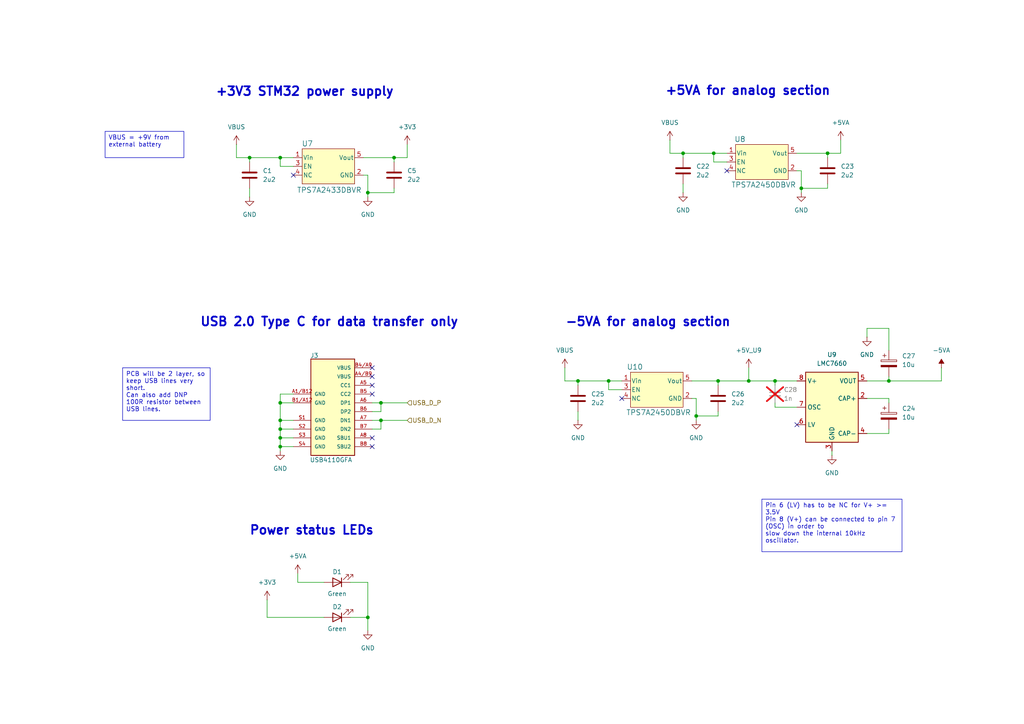
<source format=kicad_sch>
(kicad_sch (version 20250114) (generator "eeschema") (generator_version "9.0")
  (paper "A4")
  (lib_symbols
    (symbol "Device:C" (pin_numbers (hide yes)) (pin_names (offset 0.254))
      (property "Reference" "C" (at 0.635 2.54 0))
      (property "Value" "C" (at 0.635 -2.54 0))
      (symbol "C_0_1"
        (polyline (pts (xy -2.032 0.762) (xy 2.032 0.762)) (stroke (width 0.508)))
        (polyline (pts (xy -2.032 -0.762) (xy 2.032 -0.762)) (stroke (width 0.508)))
      )
      (symbol "C_1_1"
        (pin passive line (at 0 3.81 270) (length 2.794) (name "~") (number "1"))
        (pin passive line (at 0 -3.81 90) (length 2.794) (name "~") (number "2"))
      )
    )
    (symbol "Device:C_Polarized" (pin_numbers (hide yes)) (pin_names (offset 0.254))
      (property "Reference" "C" (at 0.635 2.54 0))
      (property "Value" "C_Polarized" (at 0.635 -2.54 0))
      (symbol "C_Polarized_0_1"
        (rectangle (start -2.286 0.508) (end 2.286 1.016))
        (polyline (pts (xy -1.778 2.286) (xy -0.762 2.286)))
        (polyline (pts (xy -1.27 2.794) (xy -1.27 1.778)))
        (rectangle (start 2.286 -0.508) (end -2.286 -1.016) (fill (type outline)))
      )
      (symbol "C_Polarized_1_1"
        (pin passive line (at 0 3.81 270) (length 2.794) (name "~") (number "1"))
        (pin passive line (at 0 -3.81 90) (length 2.794) (name "~") (number "2"))
      )
    )
    (symbol "Device:C_Small" (pin_numbers (hide yes)) (pin_names (offset 0.254) (hide yes))
      (property "Reference" "C" (at 0.254 1.778 0))
      (property "Value" "C_Small" (at 0.254 -2.032 0))
      (symbol "C_Small_0_1"
        (polyline (pts (xy -1.524 0.508) (xy 1.524 0.508)) (stroke (width 0.3048)))
        (polyline (pts (xy -1.524 -0.508) (xy 1.524 -0.508)) (stroke (width 0.3302)))
      )
      (symbol "C_Small_1_1"
        (pin passive line (at 0 2.54 270) (length 2.032) (name "~") (number "1"))
        (pin passive line (at 0 -2.54 90) (length 2.032) (name "~") (number "2"))
      )
    )
    (symbol "Device:LED" (pin_numbers (hide yes)) (pin_names (offset 1.016) (hide yes))
      (property "Reference" "D" (at 0 2.54 0))
      (property "Value" "LED" (at 0 -2.54 0))
      (symbol "LED_0_1"
        (polyline (pts (xy -3.048 -0.762) (xy -4.572 -2.286) (xy -3.81 -2.286) (xy -4.572 -2.286) (xy -4.572 -1.524)))
        (polyline (pts (xy -1.778 -0.762) (xy -3.302 -2.286) (xy -2.54 -2.286) (xy -3.302 -2.286) (xy -3.302 -1.524)))
        (polyline (pts (xy -1.27 0) (xy 1.27 0)))
        (polyline (pts (xy -1.27 -1.27) (xy -1.27 1.27)) (stroke (width 0.254)))
        (polyline (pts (xy 1.27 -1.27) (xy 1.27 1.27) (xy -1.27 0) (xy 1.27 -1.27)) (stroke (width 0.254)))
      )
      (symbol "LED_1_1"
        (pin passive line (at -3.81 0 0) (length 2.54) (name "K") (number "1"))
        (pin passive line (at 3.81 0 180) (length 2.54) (name "A") (number "2"))
      )
    )
    (symbol "Regulator_SwitchedCapacitor:LMC7660"
      (property "Reference" "U" (at -6.604 11.43 0))
      (property "Value" "LMC7660" (at 0 11.43 0))
      (symbol "LMC7660_0_1"
        (rectangle (start -7.62 10.16) (end 7.62 -10.16) (stroke (width 0.254)) (fill (type background)))
      )
      (symbol "LMC7660_1_1"
        (pin power_in line (at -10.16 7.62 0) (length 2.54) (name "V+") (number "8"))
        (pin input line (at -10.16 0 0) (length 2.54) (name "OSC") (number "7"))
        (pin input line (at -10.16 -5.08 0) (length 2.54) (name "LV") (number "6"))
        (pin no_connect line (at -7.62 5.08 0) (length 2.54) (hide yes) (name "NC") (number "1"))
        (pin power_in line (at 0 -12.7 90) (length 2.54) (name "GND") (number "3"))
        (pin power_out line (at 10.16 7.62 180) (length 2.54) (name "VOUT") (number "5"))
        (pin input line (at 10.16 2.54 180) (length 2.54) (name "CAP+") (number "2"))
        (pin input line (at 10.16 -7.62 180) (length 2.54) (name "CAP-") (number "4"))
      )
    )
    (symbol "TPS7A2433DBVR:TPS7A2433DBVR" (pin_names (offset 0.254))
      (property "Reference" "U" (at 13.462 3.556 0))
      (property "Value" "TPS7A2433DBVR" (at 21.844 -8.89 0))
      (symbol "TPS7A2433DBVR_1_1"
        (rectangle (start 12.7 2.54) (end 27.94 -7.62) (fill (type color) (color 255 255 194 1)))
        (pin unspecified line (at 10.16 0 0) (length 2.54) (name "Vin") (number "1"))
        (pin unspecified line (at 10.16 -2.54 0) (length 2.54) (name "EN") (number "3"))
        (pin unspecified line (at 10.16 -5.08 0) (length 2.54) (name "NC") (number "4"))
        (pin output line (at 30.48 0 180) (length 2.54) (name "Vout") (number "5"))
        (pin power_out line (at 30.48 -5.08 180) (length 2.54) (name "GND") (number "2"))
      )
    )
    (symbol "TPS7A2450DBVR:TPS7A2450DBVR" (pin_names (offset 0.254))
      (property "Reference" "U" (at 8.382 3.556 0))
      (property "Value" "TPS7A2450DBVR" (at 16.51 -8.89 0))
      (symbol "TPS7A2450DBVR_1_1"
        (rectangle (start 7.62 2.54) (end 22.86 -7.62) (fill (type color) (color 255 255 194 1)))
        (pin unspecified line (at 5.08 0 0) (length 2.54) (name "Vin") (number "1"))
        (pin unspecified line (at 5.08 -2.54 0) (length 2.54) (name "EN") (number "3"))
        (pin unspecified line (at 5.08 -5.08 0) (length 2.54) (name "NC") (number "4"))
        (pin output line (at 25.4 0 180) (length 2.54) (name "Vout") (number "5"))
        (pin power_out line (at 25.4 -5.08 180) (length 2.54) (name "GND") (number "2"))
      )
    )
    (symbol "USB4110GFA:USB4110GFA" (pin_names (offset 1.016))
      (property "Reference" "J" (at 0 10.414 0))
      (property "Value" "USB4110GFA" (at -0.254 -19.812 0))
      (symbol "USB4110GFA_0_0"
        (rectangle (start 0 10.16) (end 12.7 -17.78) (stroke (width 0.254)) (fill (type background)))
        (pin power_in line (at -5.08 0 0) (length 5.08) (name "GND") (number "A1/B12"))
        (pin power_in line (at -5.08 -2.54 0) (length 5.08) (name "GND") (number "B1/A12"))
        (pin power_in line (at -5.08 -7.62 0) (length 5.08) (name "GND") (number "S1"))
        (pin power_in line (at -5.08 -10.16 0) (length 5.08) (name "GND") (number "S2"))
        (pin power_in line (at -5.08 -12.7 0) (length 5.08) (name "GND") (number "S3"))
        (pin power_in line (at -5.08 -15.24 0) (length 5.08) (name "GND") (number "S4"))
        (pin power_in line (at 17.78 7.62 180) (length 5.08) (name "VBUS") (number "B4/A9"))
        (pin power_in line (at 17.78 5.08 180) (length 5.08) (name "VBUS") (number "A4/B9"))
        (pin bidirectional line (at 17.78 2.54 180) (length 5.08) (name "CC1") (number "A5"))
        (pin bidirectional line (at 17.78 0 180) (length 5.08) (name "CC2") (number "B5"))
        (pin bidirectional line (at 17.78 -2.54 180) (length 5.08) (name "DP1") (number "A6"))
        (pin bidirectional line (at 17.78 -5.08 180) (length 5.08) (name "DP2") (number "B6"))
        (pin bidirectional line (at 17.78 -7.62 180) (length 5.08) (name "DN1") (number "A7"))
        (pin bidirectional line (at 17.78 -10.16 180) (length 5.08) (name "DN2") (number "B7"))
        (pin bidirectional line (at 17.78 -12.7 180) (length 5.08) (name "SBU1") (number "A8"))
        (pin bidirectional line (at 17.78 -15.24 180) (length 5.08) (name "SBU2") (number "B8"))
      )
    )
    (symbol "power:+3V3" (power) (pin_numbers (hide yes)) (pin_names (offset 0) (hide yes))
      (property "Value" "+3V3" (at 0 3.556 0))
      (symbol "+3V3_0_1"
        (polyline (pts (xy -0.762 1.27) (xy 0 2.54)))
        (polyline (pts (xy 0 2.54) (xy 0.762 1.27)))
        (polyline (pts (xy 0 0) (xy 0 2.54)))
      )
      (symbol "+3V3_1_1"
        (pin power_in line (at 0 0 90) (length 0) (name "~") (number "1"))
      )
    )
    (symbol "power:+5VA" (power) (pin_numbers (hide yes)) (pin_names (offset 0) (hide yes))
      (property "Value" "+5VA" (at 0 3.556 0))
      (symbol "+5VA_0_1"
        (polyline (pts (xy -0.762 1.27) (xy 0 2.54)))
        (polyline (pts (xy 0 2.54) (xy 0.762 1.27)))
        (polyline (pts (xy 0 0) (xy 0 2.54)))
      )
      (symbol "+5VA_1_1"
        (pin power_in line (at 0 0 90) (length 0) (name "~") (number "1"))
      )
    )
    (symbol "power:-5VA" (power) (pin_numbers (hide yes)) (pin_names (offset 0) (hide yes))
      (property "Value" "-5VA" (at 0 3.556 0))
      (symbol "-5VA_0_0"
        (pin power_in line (at 0 0 90) (length 0) (name "~") (number "1"))
      )
      (symbol "-5VA_0_1"
        (polyline (pts (xy 0 0) (xy 0 1.27) (xy 0.762 1.27) (xy 0 2.54) (xy -0.762 1.27) (xy 0 1.27)) (fill (type outline)))
      )
    )
    (symbol "power:GND" (power) (pin_numbers (hide yes)) (pin_names (offset 0) (hide yes))
      (property "Value" "GND" (at 0 -3.81 0))
      (symbol "GND_0_1"
        (polyline (pts (xy 0 0) (xy 0 -1.27) (xy 1.27 -1.27) (xy 0 -2.54) (xy -1.27 -1.27) (xy 0 -1.27)))
      )
      (symbol "GND_1_1"
        (pin power_in line (at 0 0 270) (length 0) (name "~") (number "1"))
      )
    )
    (symbol "power:VBUS" (power) (pin_numbers (hide yes)) (pin_names (offset 0) (hide yes))
      (property "Value" "VBUS" (at 0 3.556 0))
      (symbol "VBUS_0_1"
        (polyline (pts (xy -0.762 1.27) (xy 0 2.54)))
        (polyline (pts (xy 0 2.54) (xy 0.762 1.27)))
        (polyline (pts (xy 0 0) (xy 0 2.54)))
      )
      (symbol "VBUS_1_1"
        (pin power_in line (at 0 0 90) (length 0) (name "~") (number "1"))
      )
    )
  )
  (text "-5VA for analog section\n" (at 187.96 93.472 0) (effects (font (size 2.54 2.54) (thickness 0.508) (bold yes))))
  (text "+3V3 STM32 power supply" (at 88.392 26.67 0) (effects (font (size 2.54 2.54) (thickness 0.508) (bold yes))))
  (text "Power status LEDs\n" (at 90.424 153.924 0) (effects (font (size 2.54 2.54) (thickness 0.508) (bold yes))))
  (text "+5VA for analog section\n" (at 216.916 26.416 0) (effects (font (size 2.54 2.54) (thickness 0.508) (bold yes))))
  (text "USB 2.0 Type C for data transfer only\n" (at 95.504 93.472 0) (effects (font (size 2.54 2.54) (thickness 0.508) (bold yes))))
  (text_box "VBUS = +9V from external battery\n" (at 30.48 38.1 0) (size 22.86 7.62) (margins 0.9525 0.9525 0.9525 0.9525) (effects (font (size 1.27 1.27)) (justify left top)))
  (text_box "PCB will be 2 layer, so keep USB lines very short.\nCan also add DNP 100R resistor between USB lines." (at 35.56 106.68 0) (size 25.4 15.24) (margins 0.9525 0.9525 0.9525 0.9525) (effects (font (size 1.27 1.27)) (justify left top)))
  (text_box "Pin 6 (LV) has to be NC for V+ >= 3.5V\nPin 8 (V+) can be connected to pin 7 (OSC) in order to\nslow down the internal 10kHz oscillator." (at 220.98 144.78 0) (size 40.64 15.24) (margins 0.9525 0.9525 0.9525 0.9525) (effects (font (size 1.27 1.27)) (justify left top)))
  (junction (at 217.17 110.49))
  (junction (at 167.64 110.49))
  (junction (at 176.53 110.49))
  (junction (at 110.49 121.92))
  (junction (at 232.41 54.61))
  (junction (at 72.39 45.72))
  (junction (at 198.12 44.45))
  (junction (at 201.93 120.65))
  (junction (at 81.28 124.46))
  (junction (at 81.28 127))
  (junction (at 114.3 45.72))
  (junction (at 106.68 179.07))
  (junction (at 224.79 110.49))
  (junction (at 81.28 121.92))
  (junction (at 240.03 44.45))
  (junction (at 208.28 110.49))
  (junction (at 81.28 129.54))
  (junction (at 106.68 55.88))
  (junction (at 257.81 110.49))
  (junction (at 207.01 44.45))
  (junction (at 110.49 116.84))
  (junction (at 81.28 45.72))
  (junction (at 81.28 116.84))
  (no_connect (at 210.82 49.53))
  (no_connect (at 107.95 111.76))
  (no_connect (at 107.95 114.3))
  (no_connect (at 107.95 127))
  (no_connect (at 180.34 115.57))
  (no_connect (at 231.14 123.19))
  (no_connect (at 107.95 109.22))
  (no_connect (at 107.95 129.54))
  (no_connect (at 85.09 50.8))
  (no_connect (at 107.95 106.68))
  (wire (pts (xy 257.81 110.49) (xy 273.05 110.49)))
  (wire (pts (xy 81.28 127) (xy 81.28 129.54)))
  (wire (pts (xy 224.79 110.49) (xy 224.79 111.76)))
  (wire (pts (xy 85.09 114.3) (xy 81.28 114.3)))
  (wire (pts (xy 81.28 124.46) (xy 81.28 127)))
  (wire (pts (xy 198.12 45.72) (xy 198.12 44.45)))
  (wire (pts (xy 106.68 50.8) (xy 106.68 55.88)))
  (wire (pts (xy 101.6 168.91) (xy 106.68 168.91)))
  (wire (pts (xy 201.93 120.65) (xy 208.28 120.65)))
  (wire (pts (xy 210.82 46.99) (xy 207.01 46.99)))
  (wire (pts (xy 68.58 41.91) (xy 68.58 45.72)))
  (wire (pts (xy 200.66 110.49) (xy 208.28 110.49)))
  (wire (pts (xy 243.84 40.64) (xy 243.84 44.45)))
  (wire (pts (xy 207.01 44.45) (xy 210.82 44.45)))
  (wire (pts (xy 224.79 110.49) (xy 231.14 110.49)))
  (wire (pts (xy 110.49 121.92) (xy 110.49 124.46)))
  (wire (pts (xy 180.34 113.03) (xy 176.53 113.03)))
  (wire (pts (xy 93.98 179.07) (xy 77.47 179.07)))
  (wire (pts (xy 81.28 114.3) (xy 81.28 116.84)))
  (wire (pts (xy 106.68 57.15) (xy 106.68 55.88)))
  (wire (pts (xy 232.41 55.88) (xy 232.41 54.61)))
  (wire (pts (xy 110.49 121.92) (xy 118.11 121.92)))
  (wire (pts (xy 114.3 45.72) (xy 114.3 46.99)))
  (wire (pts (xy 167.64 111.76) (xy 167.64 110.49)))
  (wire (pts (xy 224.79 118.11) (xy 224.79 116.84)))
  (wire (pts (xy 194.31 40.64) (xy 194.31 44.45)))
  (wire (pts (xy 110.49 116.84) (xy 110.49 119.38)))
  (wire (pts (xy 163.83 110.49) (xy 167.64 110.49)))
  (wire (pts (xy 251.46 115.57) (xy 257.81 115.57)))
  (wire (pts (xy 81.28 45.72) (xy 85.09 45.72)))
  (wire (pts (xy 106.68 55.88) (xy 114.3 55.88)))
  (wire (pts (xy 257.81 124.46) (xy 257.81 125.73)))
  (wire (pts (xy 257.81 115.57) (xy 257.81 116.84)))
  (wire (pts (xy 81.28 121.92) (xy 85.09 121.92)))
  (wire (pts (xy 194.31 44.45) (xy 198.12 44.45)))
  (wire (pts (xy 85.09 129.54) (xy 81.28 129.54)))
  (wire (pts (xy 105.41 45.72) (xy 114.3 45.72)))
  (wire (pts (xy 208.28 119.38) (xy 208.28 120.65)))
  (wire (pts (xy 240.03 53.34) (xy 240.03 54.61)))
  (wire (pts (xy 200.66 115.57) (xy 201.93 115.57)))
  (wire (pts (xy 217.17 110.49) (xy 224.79 110.49)))
  (wire (pts (xy 231.14 118.11) (xy 224.79 118.11)))
  (wire (pts (xy 251.46 110.49) (xy 257.81 110.49)))
  (wire (pts (xy 176.53 110.49) (xy 180.34 110.49)))
  (wire (pts (xy 81.28 116.84) (xy 85.09 116.84)))
  (wire (pts (xy 231.14 49.53) (xy 232.41 49.53)))
  (wire (pts (xy 81.28 121.92) (xy 81.28 124.46)))
  (wire (pts (xy 201.93 115.57) (xy 201.93 120.65)))
  (wire (pts (xy 106.68 168.91) (xy 106.68 179.07)))
  (wire (pts (xy 107.95 119.38) (xy 110.49 119.38)))
  (wire (pts (xy 257.81 110.49) (xy 257.81 109.22)))
  (wire (pts (xy 110.49 116.84) (xy 118.11 116.84)))
  (wire (pts (xy 241.3 130.81) (xy 241.3 132.08)))
  (wire (pts (xy 217.17 106.68) (xy 217.17 110.49)))
  (wire (pts (xy 176.53 110.49) (xy 176.53 113.03)))
  (wire (pts (xy 208.28 110.49) (xy 217.17 110.49)))
  (wire (pts (xy 251.46 125.73) (xy 257.81 125.73)))
  (wire (pts (xy 167.64 119.38) (xy 167.64 121.92)))
  (wire (pts (xy 85.09 48.26) (xy 81.28 48.26)))
  (wire (pts (xy 232.41 54.61) (xy 240.03 54.61)))
  (wire (pts (xy 81.28 127) (xy 85.09 127)))
  (wire (pts (xy 240.03 44.45) (xy 240.03 45.72)))
  (wire (pts (xy 105.41 50.8) (xy 106.68 50.8)))
  (wire (pts (xy 68.58 45.72) (xy 72.39 45.72)))
  (wire (pts (xy 107.95 121.92) (xy 110.49 121.92)))
  (wire (pts (xy 86.36 166.37) (xy 86.36 168.91)))
  (wire (pts (xy 81.28 116.84) (xy 81.28 121.92)))
  (wire (pts (xy 231.14 44.45) (xy 240.03 44.45)))
  (wire (pts (xy 77.47 179.07) (xy 77.47 173.99)))
  (wire (pts (xy 114.3 45.72) (xy 118.11 45.72)))
  (wire (pts (xy 232.41 49.53) (xy 232.41 54.61)))
  (wire (pts (xy 107.95 124.46) (xy 110.49 124.46)))
  (wire (pts (xy 72.39 46.99) (xy 72.39 45.72)))
  (wire (pts (xy 72.39 45.72) (xy 81.28 45.72)))
  (wire (pts (xy 114.3 54.61) (xy 114.3 55.88)))
  (wire (pts (xy 81.28 129.54) (xy 81.28 130.81)))
  (wire (pts (xy 72.39 54.61) (xy 72.39 57.15)))
  (wire (pts (xy 81.28 45.72) (xy 81.28 48.26)))
  (wire (pts (xy 101.6 179.07) (xy 106.68 179.07)))
  (wire (pts (xy 107.95 116.84) (xy 110.49 116.84)))
  (wire (pts (xy 207.01 44.45) (xy 207.01 46.99)))
  (wire (pts (xy 208.28 110.49) (xy 208.28 111.76)))
  (wire (pts (xy 93.98 168.91) (xy 86.36 168.91)))
  (wire (pts (xy 81.28 124.46) (xy 85.09 124.46)))
  (wire (pts (xy 167.64 110.49) (xy 176.53 110.49)))
  (wire (pts (xy 257.81 95.25) (xy 251.46 95.25)))
  (wire (pts (xy 257.81 101.6) (xy 257.81 95.25)))
  (wire (pts (xy 163.83 106.68) (xy 163.83 110.49)))
  (wire (pts (xy 198.12 53.34) (xy 198.12 55.88)))
  (wire (pts (xy 106.68 179.07) (xy 106.68 182.88)))
  (wire (pts (xy 201.93 121.92) (xy 201.93 120.65)))
  (wire (pts (xy 118.11 41.91) (xy 118.11 45.72)))
  (wire (pts (xy 251.46 95.25) (xy 251.46 97.79)))
  (wire (pts (xy 198.12 44.45) (xy 207.01 44.45)))
  (wire (pts (xy 273.05 106.68) (xy 273.05 110.49)))
  (wire (pts (xy 240.03 44.45) (xy 243.84 44.45)))
  (hierarchical_label "USB_D_N" (shape input) (at 118.11 121.92 0))
  (hierarchical_label "USB_D_P" (shape input) (at 118.11 116.84 0))
  (symbol (lib_id "power:GND") (at 241.3 132.08 0) (unit 1)
    (property "Reference" "#PWR058" (effects (hide yes)))
    (property "Value" "GND" (at 241.3 137.16 0))
    (property "Description" "Power symbol creates a global label with name \"GND\" , ground" (effects (hide yes)))
  )
  (symbol (lib_id "power:GND") (at 81.28 130.81 0) (unit 1)
    (property "Reference" "#PWR049" (effects (hide yes)))
    (property "Value" "GND" (at 81.28 135.89 0))
    (property "Description" "Power symbol creates a global label with name \"GND\" , ground" (effects (hide yes)))
  )
  (symbol (lib_id "power:VBUS") (at 194.31 40.64 0) (unit 1)
    (property "Reference" "#PWR050" (effects (hide yes)))
    (property "Value" "VBUS" (at 194.31 35.56 0))
    (property "Description" "Power symbol creates a global label with name \"VBUS\"" (effects (hide yes)))
  )
  (symbol (lib_id "USB4110GFA:USB4110GFA") (at 90.17 114.3 0) (unit 1)
    (property "Reference" "J3" (at 91.186 103.124 0))
    (property "Value" "USB4110GFA" (at 96.012 134.112 0) (effects (justify bottom)))
    (property "Footprint" "USB4100GFA:GCT_USB4110GFA" (effects (hide yes)))
    (property "MF" "Global Connector Technology" (effects (hide yes)))
    (property "Description_1" "USB-C (USB TYPE-C) USB 2.0 Receptacle Connector 24 (16+8 Dummy) Position Surface Mount, Right Angle" (effects (hide yes)))
    (property "Package" "None" (effects (hide yes)))
    (property "Price" "None" (effects (hide yes)))
    (property "SnapEDA_Link" "https://www.snapeda.com/parts/USB4110GFA/Global+Connector+Technology/view-part/?ref=snap" (effects (hide yes)))
    (property "MP" "USB4110GFA" (effects (hide yes)))
    (property "Availability" "In Stock" (effects (hide yes)))
    (property "Check_prices" "https://www.snapeda.com/parts/USB4110GFA/Global+Connector+Technology/view-part/?ref=eda" (effects (hide yes)))
  )
  (symbol (lib_id "power:GND") (at 167.64 121.92 0) (unit 1)
    (property "Reference" "#PWR055" (effects (hide yes)))
    (property "Value" "GND" (at 167.64 127 0))
    (property "Description" "Power symbol creates a global label with name \"GND\" , ground" (effects (hide yes)))
  )
  (symbol (lib_id "Device:C_Small") (at 224.79 114.3 0) (unit 1) (dnp yes)
    (property "Reference" "C28" (at 227.33 113.0362 0) (effects (justify left)))
    (property "Value" "1n" (at 227.33 115.5762 0) (effects (justify left)))
    (property "Footprint" "Capacitor_SMD:C_0805_2012Metric_Pad1.18x1.45mm_HandSolder" (effects (hide yes)))
    (property "Description" "Unpolarized capacitor, small symbol" (effects (hide yes)))
  )
  (symbol (lib_id "TPS7A2450DBVR:TPS7A2450DBVR") (at 175.26 110.49 0) (unit 1)
    (property "Reference" "U10" (at 184.15 106.426 0) (effects (font (size 1.524 1.524))))
    (property "Value" "TPS7A2450DBVR" (at 191.008 119.634 0) (effects (font (size 1.524 1.524))))
    (property "Footprint" "TPS7A2450DBVR:SOT_50DBVR" (effects (hide yes)))
    (property "Datasheet" "https://www.ti.com/lit/gpn/tps7a24" (effects (hide yes)))
  )
  (symbol (lib_id "TPS7A2433DBVR:TPS7A2433DBVR") (at 74.93 45.72 0) (unit 1)
    (property "Reference" "U7" (at 89.154 41.656 0) (effects (font (size 1.524 1.524))))
    (property "Value" "TPS7A2433DBVR" (at 95.504 55.118 0) (effects (font (size 1.524 1.524))))
    (property "Footprint" "SOT23_DBV_TEX" (effects (hide yes)))
    (property "Datasheet" "https://www.ti.com/lit/gpn/tps7a24" (effects (hide yes)))
  )
  (symbol (lib_id "power:GND") (at 198.12 55.88 0) (unit 1)
    (property "Reference" "#PWR051" (effects (hide yes)))
    (property "Value" "GND" (at 198.12 60.96 0))
    (property "Description" "Power symbol creates a global label with name \"GND\" , ground" (effects (hide yes)))
  )
  (symbol (lib_id "power:VBUS") (at 163.83 106.68 0) (unit 1)
    (property "Reference" "#PWR053" (effects (hide yes)))
    (property "Value" "VBUS" (at 163.83 101.6 0))
    (property "Description" "Power symbol creates a global label with name \"VBUS\"" (effects (hide yes)))
  )
  (symbol (lib_id "power:GND") (at 106.68 182.88 0) (unit 1)
    (property "Reference" "#PWR061" (effects (hide yes)))
    (property "Value" "GND" (at 106.68 187.96 0))
    (property "Description" "Power symbol creates a global label with name \"GND\" , ground" (effects (hide yes)))
  )
  (symbol (lib_id "TPS7A2450DBVR:TPS7A2450DBVR") (at 205.74 44.45 0) (unit 1)
    (property "Reference" "U8" (at 214.63 40.386 0) (effects (font (size 1.524 1.524))))
    (property "Value" "TPS7A2450DBVR" (at 221.488 53.594 0) (effects (font (size 1.524 1.524))))
    (property "Footprint" "TPS7A2450DBVR:SOT_50DBVR" (effects (hide yes)))
    (property "Datasheet" "https://www.ti.com/lit/gpn/tps7a24" (effects (hide yes)))
  )
  (symbol (lib_id "Device:C") (at 72.39 50.8 0) (unit 1)
    (property "Reference" "C1" (at 76.2 49.5299 0) (effects (justify left)))
    (property "Value" "2u2" (at 76.2 52.0699 0) (effects (justify left)))
    (property "Footprint" "Capacitor_SMD:C_0805_2012Metric_Pad1.18x1.45mm_HandSolder" (effects (hide yes)))
    (property "Description" "MLCC" (effects (hide yes)))
    (property "DC rating min." "25V" (effects (hide yes)))
  )
  (symbol (lib_id "Device:LED") (at 97.79 168.91 180) (unit 1)
    (property "Reference" "D1" (at 97.79 165.862 0))
    (property "Value" "Green" (at 97.79 172.212 0))
    (property "Footprint" "LED_SMD:LED_0805_2012Metric_Pad1.15x1.40mm_HandSolder" (effects (hide yes)))
    (property "Description" "Light emitting diode" (effects (hide yes)))
    (property "Sim.Pins" "1=K 2=A" (effects (hide yes)))
  )
  (symbol (lib_id "Device:C") (at 240.03 49.53 0) (unit 1)
    (property "Reference" "C23" (at 243.84 48.2599 0) (effects (justify left)))
    (property "Value" "2u2" (at 243.84 50.7999 0) (effects (justify left)))
    (property "Footprint" "Capacitor_SMD:C_0805_2012Metric_Pad1.18x1.45mm_HandSolder" (effects (hide yes)))
    (property "Description" "MLCC" (effects (hide yes)))
    (property "DC rating min." "25V" (effects (hide yes)))
  )
  (symbol (lib_id "Device:C_Polarized") (at 257.81 120.65 0) (unit 1)
    (property "Reference" "C24" (at 261.62 118.4909 0) (effects (justify left)))
    (property "Value" "10u" (at 261.62 121.0309 0) (effects (justify left)))
    (property "Footprint" "Capacitor_SMD:CP_Elec_4x5.4" (effects (hide yes)))
    (property "Description" "Polarized capacitor" (effects (hide yes)))
    (property "Product link" "EDH106M025S9BAA" (effects (hide yes)))
  )
  (symbol (lib_id "Device:C") (at 114.3 50.8 0) (unit 1)
    (property "Reference" "C5" (at 118.11 49.5299 0) (effects (justify left)))
    (property "Value" "2u2" (at 118.11 52.0699 0) (effects (justify left)))
    (property "Footprint" "Capacitor_SMD:C_0805_2012Metric_Pad1.18x1.45mm_HandSolder" (effects (hide yes)))
    (property "Description" "MLCC" (effects (hide yes)))
    (property "DC rating min." "25V" (effects (hide yes)))
  )
  (symbol (lib_id "Device:C") (at 208.28 115.57 0) (unit 1)
    (property "Reference" "C26" (at 212.09 114.2999 0) (effects (justify left)))
    (property "Value" "2u2" (at 212.09 116.8399 0) (effects (justify left)))
    (property "Footprint" "Capacitor_SMD:C_0805_2012Metric_Pad1.18x1.45mm_HandSolder" (effects (hide yes)))
    (property "Description" "MLCC" (effects (hide yes)))
    (property "DC rating min." "25V" (effects (hide yes)))
  )
  (symbol (lib_id "power:-5VA") (at 273.05 106.68 0) (unit 1)
    (property "Reference" "#PWR060" (effects (hide yes)))
    (property "Value" "-5VA" (at 273.05 101.6 0))
    (property "Description" "Power symbol creates a global label with name \"-5VA\"" (effects (hide yes)))
  )
  (symbol (lib_id "Device:C") (at 198.12 49.53 0) (unit 1)
    (property "Reference" "C22" (at 201.93 48.2599 0) (effects (justify left)))
    (property "Value" "2u2" (at 201.93 50.7999 0) (effects (justify left)))
    (property "Footprint" "Capacitor_SMD:C_0805_2012Metric_Pad1.18x1.45mm_HandSolder" (effects (hide yes)))
    (property "Description" "MLCC" (effects (hide yes)))
    (property "DC rating min." "25V" (effects (hide yes)))
  )
  (symbol (lib_id "power:+5VA") (at 86.36 166.37 0) (unit 1)
    (property "Reference" "#PWR062" (effects (hide yes)))
    (property "Value" "+5VA" (at 86.36 161.29 0))
    (property "Description" "Power symbol creates a global label with name \"+5VA\"" (effects (hide yes)))
  )
  (symbol (lib_id "power:GND") (at 72.39 57.15 0) (unit 1)
    (property "Reference" "#PWR046" (effects (hide yes)))
    (property "Value" "GND" (at 72.39 62.23 0))
    (property "Description" "Power symbol creates a global label with name \"GND\" , ground" (effects (hide yes)))
  )
  (symbol (lib_id "Device:LED") (at 97.79 179.07 180) (unit 1)
    (property "Reference" "D2" (at 97.79 176.022 0))
    (property "Value" "Green" (at 97.79 182.372 0))
    (property "Footprint" "LED_SMD:LED_0805_2012Metric_Pad1.15x1.40mm_HandSolder" (effects (hide yes)))
    (property "Description" "Light emitting diode" (effects (hide yes)))
    (property "Sim.Pins" "1=K 2=A" (effects (hide yes)))
  )
  (symbol (lib_id "power:+5VA") (at 243.84 40.64 0) (unit 1)
    (property "Reference" "#PWR054" (effects (hide yes)))
    (property "Value" "+5VA" (at 243.84 35.56 0))
    (property "Description" "Power symbol creates a global label with name \"+5VA\"" (effects (hide yes)))
  )
  (symbol (lib_id "Device:C") (at 167.64 115.57 0) (unit 1)
    (property "Reference" "C25" (at 171.45 114.2999 0) (effects (justify left)))
    (property "Value" "2u2" (at 171.45 116.8399 0) (effects (justify left)))
    (property "Footprint" "Capacitor_SMD:C_0805_2012Metric_Pad1.18x1.45mm_HandSolder" (effects (hide yes)))
    (property "Description" "MLCC" (effects (hide yes)))
    (property "DC rating min." "25V" (effects (hide yes)))
  )
  (symbol (lib_id "power:GND") (at 106.68 57.15 0) (unit 1)
    (property "Reference" "#PWR045" (effects (hide yes)))
    (property "Value" "GND" (at 106.68 62.23 0))
    (property "Description" "Power symbol creates a global label with name \"GND\" , ground" (effects (hide yes)))
  )
  (symbol (lib_id "power:+5VA") (at 217.17 106.68 0) (unit 1)
    (property "Reference" "#PWR057" (effects (hide yes)))
    (property "Value" "+5V_U9" (at 217.17 101.6 0))
    (property "Description" "Power symbol creates a global label with name \"+5VA\"" (effects (hide yes)))
  )
  (symbol (lib_id "power:GND") (at 201.93 121.92 0) (unit 1)
    (property "Reference" "#PWR056" (effects (hide yes)))
    (property "Value" "GND" (at 201.93 127 0))
    (property "Description" "Power symbol creates a global label with name \"GND\" , ground" (effects (hide yes)))
  )
  (symbol (lib_id "power:GND") (at 232.41 55.88 0) (unit 1)
    (property "Reference" "#PWR052" (effects (hide yes)))
    (property "Value" "GND" (at 232.41 60.96 0))
    (property "Description" "Power symbol creates a global label with name \"GND\" , ground" (effects (hide yes)))
  )
  (symbol (lib_id "power:VBUS") (at 68.58 41.91 0) (unit 1)
    (property "Reference" "#PWR047" (effects (hide yes)))
    (property "Value" "VBUS" (at 68.58 36.83 0))
    (property "Description" "Power symbol creates a global label with name \"VBUS\"" (effects (hide yes)))
  )
  (symbol (lib_id "Regulator_SwitchedCapacitor:LMC7660") (at 241.3 118.11 0) (unit 1)
    (property "Reference" "U9" (at 241.3 102.87 0))
    (property "Value" "LMC7660" (at 241.3 105.41 0))
    (property "Footprint" "Package_SO:SOIC-8_3.9x4.9mm_P1.27mm" (effects (hide yes)))
    (property "Datasheet" "http://www.ti.com/lit/ds/symlink/lmc7660.pdf" (effects (hide yes)))
    (property "Description" "Voltage converter from +1.5V to +10V to +1.5V to +10V, SO-8/DIP-8" (effects (hide yes)))
  )
  (symbol (lib_id "power:GND") (at 251.46 97.79 0) (unit 1)
    (property "Reference" "#PWR059" (effects (hide yes)))
    (property "Value" "GND" (at 251.46 102.87 0))
    (property "Description" "Power symbol creates a global label with name \"GND\" , ground" (effects (hide yes)))
  )
  (symbol (lib_id "Device:C_Polarized") (at 257.81 105.41 0) (unit 1)
    (property "Reference" "C27" (at 261.62 103.2509 0) (effects (justify left)))
    (property "Value" "10u" (at 261.62 105.7909 0) (effects (justify left)))
    (property "Footprint" "Capacitor_SMD:CP_Elec_4x5.4" (effects (hide yes)))
    (property "Description" "Polarized capacitor" (effects (hide yes)))
    (property "Product link" "EDH106M025S9BAA" (effects (hide yes)))
  )
  (symbol (lib_id "power:+3V3") (at 77.47 173.99 0) (unit 1)
    (property "Reference" "#PWR063" (effects (hide yes)))
    (property "Value" "+3V3" (at 77.47 168.91 0))
    (property "Description" "Power symbol creates a global label with name \"+3V3\"" (effects (hide yes)))
  )
  (symbol (lib_id "power:+3V3") (at 118.11 41.91 0) (unit 1)
    (property "Reference" "#PWR048" (effects (hide yes)))
    (property "Value" "+3V3" (at 118.11 36.83 0))
    (property "Description" "Power symbol creates a global label with name \"+3V3\"" (effects (hide yes)))
  )
)
</source>
